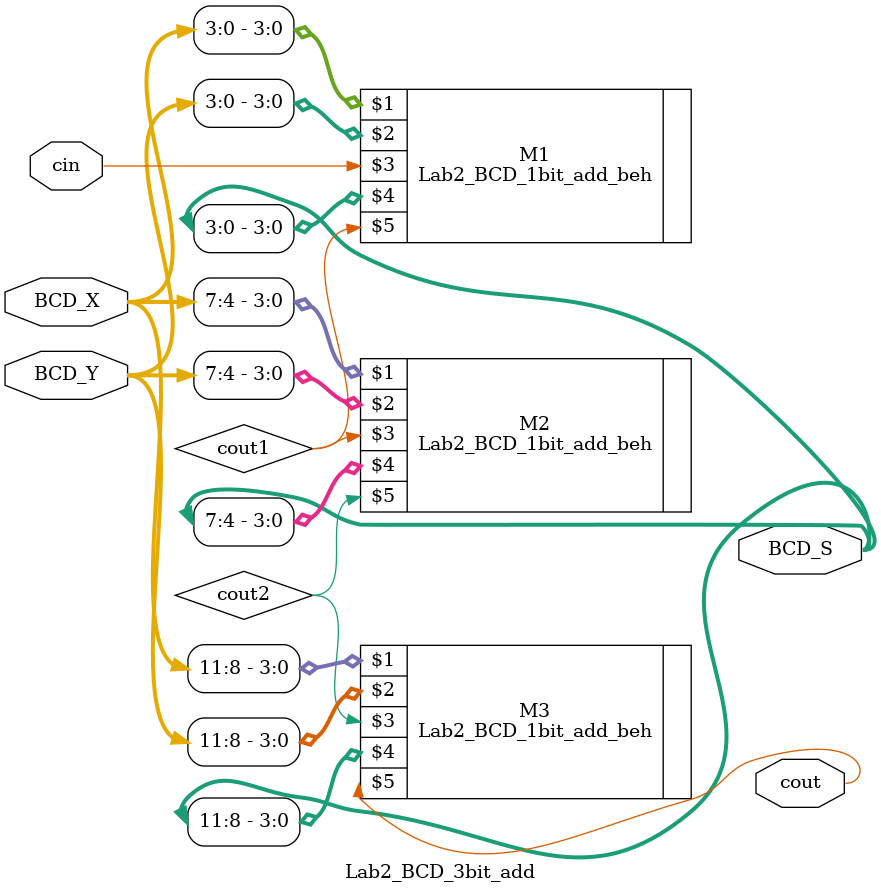
<source format=v>
module Lab2_BCD_3bit_add(BCD_X,BCD_Y,cin,BCD_S,cout);
input   [11:0]   BCD_X,BCD_Y;
output  [11:0]   BCD_S;
input           cin;
output          cout;
wire            cout1,cout2;

Lab2_BCD_1bit_add_beh		M1(BCD_X[3:0], BCD_Y[3:0], cin,BCD_S[3:0],cout1);
Lab2_BCD_1bit_add_beh		M2(BCD_X[7:4], BCD_Y[7:4], cout1,BCD_S[7:4],cout2);
Lab2_BCD_1bit_add_beh		M3(BCD_X[11:8], BCD_Y[11:8], cout2,BCD_S[11:8],cout);

endmodule
</source>
